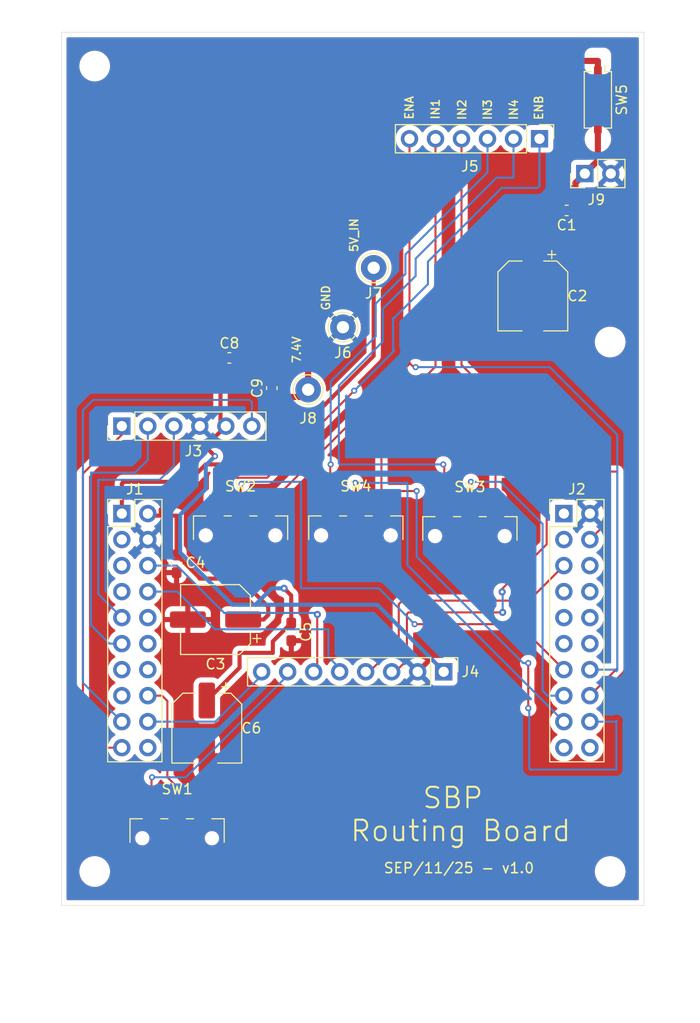
<source format=kicad_pcb>
(kicad_pcb (version 20241229) (generator "pcbnew") (generator_version "9.0")
  (layers (0 "F.Cu" signal "Front") (4 "In1.Cu" signal) (6 "In2.Cu" signal) (2 "B.Cu" signal "Back") (13 "F.Paste" user) (15 "B.Paste" user) (5 "F.SilkS" user "F.Silkscreen") (7 "B.SilkS" user "B.Silkscreen") (1 "F.Mask" user) (3 "B.Mask" user) (25 "Edge.Cuts" user))
  (net 0 "")
  (net 2 "/3P3V")
  (net 4 "/UART5_TX")
  (net 5 "/UART5_RX")
  (net 8 "/HC05_EN")
  (net 9 "/HC05_ST")
  (net 14 "/5V")
  (net 27 "GND")
  (net 28 "/INT_MPU")
  (net 29 "/AD0_MPU")
  (net 30 "/XDA_MPU")
  (net 31 "/XCL_MPU")
  (net 32 "/SCL_MPU")
  (net 33 "/SDA_MPU")
  (net 34 "/AD0")
  (net 35 "/ENA")
  (net 36 "/IN4")
  (net 37 "/IN3")
  (net 38 "/IN2")
  (net 39 "/IN1")
  (net 40 "/ENB")
  (net 41 "/IN4_L298N")
  (net 42 "/IN3_L298N")
  (net 43 "/ENB_L298N")
  (net 44 "/7P4V")
  (net 45 "/L298N_VCC")
  (footprint "Connector_PinHeader_2.54mm:PinHeader_1x08_P2.54mm_Vertical" (layer "F.Cu") (at 103.84 122.2 -90)
    (property "Reference" "J4" (at 0 -2.609881 0) (layer "F.SilkS"))
    (property "Value" "MPU_6050")
    (fp_line (start -1.38 19.16) (end 1.38 19.16) (stroke (width 0.12)) (layer "F.SilkS"))
    (fp_line (start -1.38 1.27) (end -1.38 19.16) (stroke (width 0.12)) (layer "F.SilkS"))
    (fp_line (start -1.38 1.27) (end 1.38 1.27) (stroke (width 0.12)) (layer "F.SilkS"))
    (fp_line (start 1.38 1.27) (end 1.38 19.16) (stroke (width 0.12)) (layer "F.SilkS"))
    (fp_line (start -1.38 0) (end -1.38 -1.38) (stroke (width 0.12)) (layer "F.SilkS"))
    (fp_line (start -1.38 -1.38) (end 0 -1.38) (stroke (width 0.12)) (layer "F.SilkS"))
    (pad "1" thru_hole rect (at 0 0 270) (size 1.7 1.7) (drill 1) (layers "*.Cu" "*.Mask") (net 2 "/3P3V"))
    (pad "2" thru_hole circle (at 0 2.54 270) (size 1.7 1.7) (drill 1) (layers "*.Cu" "*.Mask") (net 27 "GND"))
    (pad "3" thru_hole circle (at 0 5.08 270) (size 1.7 1.7) (drill 1) (layers "*.Cu" "*.Mask") (net 32 "/SCL_MPU"))
    (pad "4" thru_hole circle (at 0 7.62 270) (size 1.7 1.7) (drill 1) (layers "*.Cu" "*.Mask") (net 33 "/SDA_MPU"))
    (pad "5" thru_hole circle (at 0 10.16 270) (size 1.7 1.7) (drill 1) (layers "*.Cu" "*.Mask") (net 30 "/XDA_MPU"))
    (pad "6" thru_hole circle (at 0 12.7 270) (size 1.7 1.7) (drill 1) (layers "*.Cu" "*.Mask") (net 31 "/XCL_MPU"))
    (pad "7" thru_hole circle (at 0 15.24 270) (size 1.7 1.7) (drill 1) (layers "*.Cu" "*.Mask") (net 34 "/AD0"))
    (pad "8" thru_hole circle (at 0 17.78 270) (size 1.7 1.7) (drill 1) (layers "*.Cu" "*.Mask") (net 28 "/INT_MPU"))
  )
  (footprint "Button_Switch_SMD:SW_SPDT_CK_JS102011SAQN" (layer "F.Cu") (at 106.4 108.95)
    (property "Reference" "SW3" (at 0 -4.8 0) (layer "F.SilkS"))
    (property "Value" "SW_SPDT_XKB_DMx-xxxx-1" (hide yes))
    (fp_line (start -4.6 -1.9) (end -3.4 -1.9) (stroke (width 0.12)) (layer "F.SilkS"))
    (fp_line (start -4.6 0.4) (end -4.6 -1.9) (stroke (width 0.12)) (layer "F.SilkS"))
    (fp_line (start -0.9 -1.9) (end -1.6 -1.9) (stroke (width 0.12)) (layer "F.SilkS"))
    (fp_line (start 1.6 -1.9) (end 0.9 -1.9) (stroke (width 0.12)) (layer "F.SilkS"))
    (fp_line (start 3.4 -1.9) (end 4.6 -1.9) (stroke (width 0.12)) (layer "F.SilkS"))
    (fp_line (start 4.6 -1.9) (end 4.6 0.4) (stroke (width 0.12)) (layer "F.SilkS"))
    (pad "" np_thru_hole circle (at -3.4 0) (size 0.9 0.9) (drill 0.9) (layers "*.Cu" "*.Mask"))
    (pad "" np_thru_hole circle (at 3.4 0) (size 0.9 0.9) (drill 0.9) (layers "*.Cu" "*.Mask"))
    (pad "1" smd roundrect (at -2.5 -2.75) (size 1.25 2.5) (layers "F.Cu" "F.Mask" "F.Paste") (roundrect_rratio 0.2) (net 41 "/IN4_L298N"))
    (pad "2" smd roundrect (at 0 -2.75) (size 1.25 2.5) (layers "F.Cu" "F.Mask" "F.Paste") (roundrect_rratio 0.2) (net 36 "/IN4"))
    (pad "3" smd roundrect (at 2.5 -2.75) (size 1.25 2.5) (layers "F.Cu" "F.Mask" "F.Paste") (roundrect_rratio 0.2) (net 38 "/IN2"))
  )
  (footprint "Capacitor_SMD:CP_Elec_6.3x5.7" (layer "F.Cu") (at 81.55 117.1 180)
    (property "Reference" "C3" (at 0 -4.35 0) (layer "F.SilkS"))
    (property "Value" "47 uF 16V")
    (fp_line (start 3.41 3.41) (end 3.41 1.06) (stroke (width 0.12)) (layer "F.SilkS"))
    (fp_line (start 3.41 -3.41) (end 3.41 -1.06) (stroke (width 0.12)) (layer "F.SilkS"))
    (fp_line (start -2.345563 3.41) (end 3.41 3.41) (stroke (width 0.12)) (layer "F.SilkS"))
    (fp_line (start -2.345563 -3.41) (end 3.41 -3.41) (stroke (width 0.12)) (layer "F.SilkS"))
    (fp_line (start -3.41 2.345563) (end -2.345563 3.41) (stroke (width 0.12)) (layer "F.SilkS"))
    (fp_line (start -3.41 2.345563) (end -3.41 1.06) (stroke (width 0.12)) (layer "F.SilkS"))
    (fp_line (start -3.41 -2.345563) (end -2.345563 -3.41) (stroke (width 0.12)) (layer "F.SilkS"))
    (fp_line (start -3.41 -2.345563) (end -3.41 -1.06) (stroke (width 0.12)) (layer "F.SilkS"))
    (fp_line (start -4.04375 -2.24125) (end -4.04375 -1.45375) (stroke (width 0.12)) (layer "F.SilkS"))
    (fp_line (start -4.4375 -1.8475) (end -3.65 -1.8475) (stroke (width 0.12)) (layer "F.SilkS"))
    (pad "1" smd roundrect (at -2.7 0 180) (size 3.5 1.6) (layers "F.Cu" "F.Mask" "F.Paste") (roundrect_rratio 0.15625) (net 14 "/5V"))
    (pad "2" smd roundrect (at 2.7 0 180) (size 3.5 1.6) (layers "F.Cu" "F.Mask" "F.Paste") (roundrect_rratio 0.15625) (net 27 "GND"))
  )
  (footprint "Button_Switch_SMD:SW_DIP_SPSTx01_Slide_Copal_CHS-01A_W5.08mm_P1.27mm_JPin" (layer "F.Cu") (at 118.9 66.35 -90)
    (property "Reference" "SW5" (at 0 -2.33 270) (layer "F.SilkS"))
    (property "Value" "SW_DPST_x2")
    (fp_line (start -2.76 1.33) (end 2.76 1.33) (stroke (width 0.12)) (layer "F.SilkS"))
    (fp_line (start -2.76 1.33) (end -2.76 0.62) (stroke (width 0.12)) (layer "F.SilkS"))
    (fp_line (start 2.76 1.33) (end 2.76 0.62) (stroke (width 0.12)) (layer "F.SilkS"))
    (fp_line (start -3.34 -0.68) (end -2.76 -0.68) (stroke (width 0.12)) (layer "F.SilkS"))
    (fp_line (start -2.76 -1.33) (end -2.76 -0.68) (stroke (width 0.12)) (layer "F.SilkS"))
    (fp_line (start -2.76 -1.33) (end 2.76 -1.33) (stroke (width 0.12)) (layer "F.SilkS"))
    (fp_line (start 2.76 -1.33) (end 2.76 -0.62) (stroke (width 0.12)) (layer "F.SilkS"))
    (pad "1" smd roundrect (at -2.54 0 270) (size 1.6 0.76) (layers "F.Cu" "F.Mask" "F.Paste") (net 44 "/7P4V"))
    (pad "2" smd roundrect (at 2.54 0 270) (size 1.6 0.76) (layers "F.Cu" "F.Mask" "F.Paste") (net 45 "/L298N_VCC"))
  )
  (footprint "Connector_PinHeader_2.54mm:PinHeader_2x10_P2.54mm_Vertical" (layer "F.Cu") (at 72.4 106.75)
    (property "Reference" "J1" (at 1.27 -2.38 0) (layer "F.SilkS"))
    (property "Value" "Conn_02x10_Odd_Even" (hide yes))
    (fp_line (start -1.38 -1.38) (end 0 -1.38) (stroke (width 0.12)) (layer "F.SilkS"))
    (fp_line (start -1.38 0) (end -1.38 -1.38) (stroke (width 0.12)) (layer "F.SilkS"))
    (fp_line (start -1.38 1.27) (end -1.38 24.24) (stroke (width 0.12)) (layer "F.SilkS"))
    (fp_line (start -1.38 1.27) (end 1.27 1.27) (stroke (width 0.12)) (layer "F.SilkS"))
    (fp_line (start -1.38 24.24) (end 3.92 24.24) (stroke (width 0.12)) (layer "F.SilkS"))
    (fp_line (start 1.27 -1.38) (end 3.92 -1.38) (stroke (width 0.12)) (layer "F.SilkS"))
    (fp_line (start 1.27 1.27) (end 1.27 -1.38) (stroke (width 0.12)) (layer "F.SilkS"))
    (fp_line (start 3.92 -1.38) (end 3.92 24.24) (stroke (width 0.12)) (layer "F.SilkS"))
    (pad "1" thru_hole rect (at 0 0) (size 1.7 1.7) (drill 1) (layers "*.Cu" "*.Mask") (net 2 "/3P3V"))
    (pad "2" thru_hole circle (at 2.54 0) (size 1.7 1.7) (drill 1) (layers "*.Cu" "*.Mask") (net 14 "/5V"))
    (pad "3" thru_hole circle (at 0 2.54) (size 1.7 1.7) (drill 1) (layers "*.Cu" "*.Mask"))
    (pad "4" thru_hole circle (at 2.54 2.54) (size 1.7 1.7) (drill 1) (layers "*.Cu" "*.Mask") (net 27 "GND"))
    (pad "5" thru_hole circle (at 0 5.08) (size 1.7 1.7) (drill 1) (layers "*.Cu" "*.Mask"))
    (pad "6" thru_hole circle (at 2.54 5.08) (size 1.7 1.7) (drill 1) (layers "*.Cu" "*.Mask") (net 31 "/XCL_MPU"))
    (pad "7" thru_hole circle (at 0 7.62) (size 1.7 1.7) (drill 1) (layers "*.Cu" "*.Mask"))
    (pad "8" thru_hole circle (at 2.54 7.62) (size 1.7 1.7) (drill 1) (layers "*.Cu" "*.Mask") (net 30 "/XDA_MPU"))
    (pad "9" thru_hole circle (at 0 10.16) (size 1.7 1.7) (drill 1) (layers "*.Cu" "*.Mask") (net 5 "/UART5_RX"))
    (pad "10" thru_hole circle (at 2.54 10.16) (size 1.7 1.7) (drill 1) (layers "*.Cu" "*.Mask"))
    (pad "11" thru_hole circle (at 0 12.7) (size 1.7 1.7) (drill 1) (layers "*.Cu" "*.Mask") (net 4 "/UART5_TX"))
    (pad "12" thru_hole circle (at 2.54 12.7) (size 1.7 1.7) (drill 1) (layers "*.Cu" "*.Mask"))
    (pad "13" thru_hole circle (at 0 15.24) (size 1.7 1.7) (drill 1) (layers "*.Cu" "*.Mask"))
    (pad "14" thru_hole circle (at 2.54 15.24) (size 1.7 1.7) (drill 1) (layers "*.Cu" "*.Mask"))
    (pad "15" thru_hole circle (at 0 17.78) (size 1.7 1.7) (drill 1) (layers "*.Cu" "*.Mask"))
    (pad "16" thru_hole circle (at 2.54 17.78) (size 1.7 1.7) (drill 1) (layers "*.Cu" "*.Mask") (net 29 "/AD0_MPU"))
    (pad "17" thru_hole circle (at 0 20.32) (size 1.7 1.7) (drill 1) (layers "*.Cu" "*.Mask") (net 8 "/HC05_EN"))
    (pad "18" thru_hole circle (at 2.54 20.32) (size 1.7 1.7) (drill 1) (layers "*.Cu" "*.Mask") (net 28 "/INT_MPU"))
    (pad "19" thru_hole circle (at 0 22.86) (size 1.7 1.7) (drill 1) (layers "*.Cu" "*.Mask") (net 9 "/HC05_ST"))
    (pad "20" thru_hole circle (at 2.54 22.86) (size 1.7 1.7) (drill 1) (layers "*.Cu" "*.Mask"))
  )
  (footprint "Connector_PinHeader_2.54mm:PinHeader_1x06_P2.54mm_Vertical" (layer "F.Cu") (at 72.4 98.21 90)
    (property "Reference" "J3" (at -2.44 7 0) (layer "F.SilkS"))
    (property "Value" "HC-05 BT Module")
    (fp_line (start -1.38 -1.38) (end 0 -1.38) (stroke (width 0.12)) (layer "F.SilkS"))
    (fp_line (start -1.38 0) (end -1.38 -1.38) (stroke (width 0.12)) (layer "F.SilkS"))
    (fp_line (start 1.38 1.27) (end 1.38 14.08) (stroke (width 0.12)) (layer "F.SilkS"))
    (fp_line (start -1.38 1.27) (end 1.38 1.27) (stroke (width 0.12)) (layer "F.SilkS"))
    (fp_line (start -1.38 1.27) (end -1.38 14.08) (stroke (width 0.12)) (layer "F.SilkS"))
    (fp_line (start -1.38 14.08) (end 1.38 14.08) (stroke (width 0.12)) (layer "F.SilkS"))
    (pad "1" thru_hole rect (at 0 0 90) (size 1.7 1.7) (drill 1) (layers "*.Cu" "*.Mask") (net 9 "/HC05_ST"))
    (pad "2" thru_hole circle (at 0 2.54 90) (size 1.7 1.7) (drill 1) (layers "*.Cu" "*.Mask") (net 4 "/UART5_TX"))
    (pad "3" thru_hole circle (at 0 5.08 90) (size 1.7 1.7) (drill 1) (layers "*.Cu" "*.Mask") (net 5 "/UART5_RX"))
    (pad "4" thru_hole circle (at 0 7.62 90) (size 1.7 1.7) (drill 1) (layers "*.Cu" "*.Mask") (net 27 "GND"))
    (pad "5" thru_hole circle (at 0 10.16 90) (size 1.7 1.7) (drill 1) (layers "*.Cu" "*.Mask") (net 2 "/3P3V"))
    (pad "6" thru_hole circle (at 0 12.7 90) (size 1.7 1.7) (drill 1) (layers "*.Cu" "*.Mask") (net 8 "/HC05_EN"))
  )
  (footprint "Button_Switch_SMD:SW_SPDT_CK_JS102011SAQN" (layer "F.Cu") (at 95.26 108.88)
    (property "Reference" "SW4" (at 0 -4.8 0) (layer "F.SilkS"))
    (property "Value" "SW_SPDT_XKB_DMx-xxxx-1" (hide yes))
    (fp_line (start -4.6 -1.9) (end -3.4 -1.9) (stroke (width 0.12)) (layer "F.SilkS"))
    (fp_line (start -4.6 0.4) (end -4.6 -1.9) (stroke (width 0.12)) (layer "F.SilkS"))
    (fp_line (start -0.9 -1.9) (end -1.6 -1.9) (stroke (width 0.12)) (layer "F.SilkS"))
    (fp_line (start 1.6 -1.9) (end 0.9 -1.9) (stroke (width 0.12)) (layer "F.SilkS"))
    (fp_line (start 3.4 -1.9) (end 4.6 -1.9) (stroke (width 0.12)) (layer "F.SilkS"))
    (fp_line (start 4.6 -1.9) (end 4.6 0.4) (stroke (width 0.12)) (layer "F.SilkS"))
    (pad "" np_thru_hole circle (at -3.4 0) (size 0.9 0.9) (drill 0.9) (layers "*.Cu" "*.Mask"))
    (pad "" np_thru_hole circle (at 3.4 0) (size 0.9 0.9) (drill 0.9) (layers "*.Cu" "*.Mask"))
    (pad "1" smd roundrect (at -2.5 -2.75) (size 1.25 2.5) (layers "F.Cu" "F.Mask" "F.Paste") (roundrect_rratio 0.2) (net 42 "/IN3_L298N"))
    (pad "2" smd roundrect (at 0 -2.75) (size 1.25 2.5) (layers "F.Cu" "F.Mask" "F.Paste") (roundrect_rratio 0.2) (net 37 "/IN3"))
    (pad "3" smd roundrect (at 2.5 -2.75) (size 1.25 2.5) (layers "F.Cu" "F.Mask" "F.Paste") (roundrect_rratio 0.2) (net 39 "/IN1"))
  )
  (footprint "Connector_PinHeader_2.54mm:PinHeader_1x02_P2.54mm_Vertical" (layer "F.Cu") (at 117.625 73.55 90)
    (property "Reference" "J9" (at -2.55 1.125 0) (layer "F.SilkS"))
    (property "Value" "Conn_01x02" (hide yes))
    (fp_line (start -1.38 -1.38) (end 0 -1.38) (stroke (width 0.12)) (layer "F.SilkS"))
    (fp_line (start -1.38 0) (end -1.38 -1.38) (stroke (width 0.12)) (layer "F.SilkS"))
    (fp_line (start 1.38 1.27) (end 1.38 3.92) (stroke (width 0.12)) (layer "F.SilkS"))
    (fp_line (start -1.38 1.27) (end 1.38 1.27) (stroke (width 0.12)) (layer "F.SilkS"))
    (fp_line (start -1.38 1.27) (end -1.38 3.92) (stroke (width 0.12)) (layer "F.SilkS"))
    (fp_line (start -1.38 3.92) (end 1.38 3.92) (stroke (width 0.12)) (layer "F.SilkS"))
    (pad "1" thru_hole rect (at 0 0 90) (size 1.7 1.7) (drill 1) (layers "*.Cu" "*.Mask") (net 45 "/L298N_VCC"))
    (pad "2" thru_hole circle (at 0 2.54 90) (size 1.7 1.7) (drill 1) (layers "*.Cu" "*.Mask") (net 27 "GND"))
  )
  (footprint "MountingHole:MountingHole_2.5mm" (layer "F.Cu") (at 120.1 89.75)
    (property "Reference" "REF**" (hide yes))
    (property "Value" "MountingHole_2.5mm")
    (pad "" np_thru_hole circle (at 0 0.25) (size 2.5 2.5) (drill 2.5) (layers "F&B.Cu" "*.Mask"))
  )
  (footprint "MountingHole:MountingHole_2.5mm" (layer "F.Cu") (at 120.1 141.7)
    (property "Reference" "REF**" (hide yes))
    (property "Value" "MountingHole_2.5mm")
    (pad "" np_thru_hole circle (at 0 0) (size 2.5 2.5) (drill 2.5) (layers "F&B.Cu" "*.Mask"))
  )
  (footprint "Capacitor_SMD:C_0603_1608Metric_Pad1.08x0.95mm_HandSolder" (layer "F.Cu") (at 115.85 77.15 180)
    (property "Reference" "C1" (at 0 -1.43 0) (layer "F.SilkS"))
    (property "Value" "100 nF" (hide yes))
    (fp_line (start -0.146267 0.51) (end 0.146267 0.51) (stroke (width 0.12)) (layer "F.SilkS"))
    (fp_line (start -0.146267 -0.51) (end 0.146267 -0.51) (stroke (width 0.12)) (layer "F.SilkS"))
    (pad "1" smd roundrect (at -0.8625 0 180) (size 1.075 0.95) (layers "F.Cu" "F.Mask" "F.Paste") (net 45 "/L298N_VCC"))
    (pad "2" smd roundrect (at 0.8625 0 180) (size 1.075 0.95) (layers "F.Cu" "F.Mask" "F.Paste") (net 27 "GND"))
  )
  (footprint "Capacitor_SMD:C_0603_1608Metric_Pad1.08x0.95mm_HandSolder" (layer "F.Cu") (at 87.05 94.5 90)
    (property "Reference" "C9" (at 0 -1.43 90) (layer "F.SilkS"))
    (property "Value" "100 nF")
    (fp_line (start -0.146267 -0.51) (end 0.146267 -0.51) (stroke (width 0.12)) (layer "F.SilkS"))
    (fp_line (start -0.146267 0.51) (end 0.146267 0.51) (stroke (width 0.12)) (layer "F.SilkS"))
    (pad "1" smd roundrect (at -0.8625 0 90) (size 1.075 0.95) (layers "F.Cu" "F.Mask" "F.Paste") (net 44 "/7P4V"))
    (pad "2" smd roundrect (at 0.8625 0 90) (size 1.075 0.95) (layers "F.Cu" "F.Mask" "F.Paste") (net 27 "GND"))
  )
  (footprint "Button_Switch_SMD:SW_SPDT_CK_JS102011SAQN" (layer "F.Cu") (at 77.8 138.45)
    (property "Reference" "SW1" (at 0 -4.8 0) (layer "F.SilkS"))
    (property "Value" "SW_SPDT_XKB_DMx-xxxx-1" (hide yes))
    (fp_line (start -4.6 -1.9) (end -3.4 -1.9) (stroke (width 0.12)) (layer "F.SilkS"))
    (fp_line (start -4.6 0.4) (end -4.6 -1.9) (stroke (width 0.12)) (layer "F.SilkS"))
    (fp_line (start -0.9 -1.9) (end -1.6 -1.9) (stroke (width 0.12)) (layer "F.SilkS"))
    (fp_line (start 1.6 -1.9) (end 0.9 -1.9) (stroke (width 0.12)) (layer "F.SilkS"))
    (fp_line (start 3.4 -1.9) (end 4.6 -1.9) (stroke (width 0.12)) (layer "F.SilkS"))
    (fp_line (start 4.6 -1.9) (end 4.6 0.4) (stroke (width 0.12)) (layer "F.SilkS"))
    (pad "" np_thru_hole circle (at -3.4 0) (size 0.9 0.9) (drill 0.9) (layers "*.Cu" "*.Mask"))
    (pad "" np_thru_hole circle (at 3.4 0) (size 0.9 0.9) (drill 0.9) (layers "*.Cu" "*.Mask"))
    (pad "1" smd roundrect (at -2.5 -2.75) (size 1.25 2.5) (layers "F.Cu" "F.Mask" "F.Paste") (roundrect_rratio 0.2) (net 34 "/AD0"))
    (pad "2" smd roundrect (at 0 -2.75) (size 1.25 2.5) (layers "F.Cu" "F.Mask" "F.Paste") (roundrect_rratio 0.2) (net 29 "/AD0_MPU"))
    (pad "3" smd roundrect (at 2.5 -2.75) (size 1.25 2.5) (layers "F.Cu" "F.Mask" "F.Paste") (roundrect_rratio 0.2) (net 27 "GND"))
  )
  (footprint "Capacitor_SMD:CP_Elec_6.3x5.7" (layer "F.Cu") (at 80.7 127.7 -90)
    (property "Reference" "C6" (at 0 -4.35 0) (layer "F.SilkS"))
    (property "Value" "10 uF 6.3V")
    (fp_line (start -2.345563 3.41) (end 3.41 3.41) (stroke (width 0.12)) (layer "F.SilkS"))
    (fp_line (start 3.41 3.41) (end 3.41 1.06) (stroke (width 0.12)) (layer "F.SilkS"))
    (fp_line (start -3.41 2.345563) (end -2.345563 3.41) (stroke (width 0.12)) (layer "F.SilkS"))
    (fp_line (start -3.41 2.345563) (end -3.41 1.06) (stroke (width 0.12)) (layer "F.SilkS"))
    (fp_line (start -4.4375 -1.8475) (end -3.65 -1.8475) (stroke (width 0.12)) (layer "F.SilkS"))
    (fp_line (start -4.04375 -2.24125) (end -4.04375 -1.45375) (stroke (width 0.12)) (layer "F.SilkS"))
    (fp_line (start -3.41 -2.345563) (end -3.41 -1.06) (stroke (width 0.12)) (layer "F.SilkS"))
    (fp_line (start -3.41 -2.345563) (end -2.345563 -3.41) (stroke (width 0.12)) (layer "F.SilkS"))
    (fp_line (start -2.345563 -3.41) (end 3.41 -3.41) (stroke (width 0.12)) (layer "F.SilkS"))
    (fp_line (start 3.41 -3.41) (end 3.41 -1.06) (stroke (width 0.12)) (layer "F.SilkS"))
    (pad "1" smd roundrect (at -2.7 0 270) (size 3.5 1.6) (layers "F.Cu" "F.Mask" "F.Paste") (roundrect_rratio 0.15625) (net 2 "/3P3V"))
    (pad "2" smd roundrect (at 2.7 0 270) (size 3.5 1.6) (layers "F.Cu" "F.Mask" "F.Paste") (roundrect_rratio 0.15625) (net 27 "GND"))
  )
  (footprint "TestPoint:TestPoint_THTPad_D2.5mm_Drill1.2mm" (layer "F.Cu") (at 97 82.75)
    (property "Reference" "J7" (at 0 2.5 0) (layer "F.SilkS"))
    (property "Value" "L298N_5V")
    (fp_circle (center 0 0) (end 0 1.45) (stroke (width 0.12)) (fill no) (layer "F.SilkS"))
    (pad "1" thru_hole circle (at 0 0) (size 2.5 2.5) (drill 1.2) (layers "*.Cu" "*.Mask") (net 14 "/5V"))
  )
  (footprint "TestPoint:TestPoint_THTPad_D2.5mm_Drill1.2mm" (layer "F.Cu") (at 90.6 94.65)
    (property "Reference" "J8" (at 0 2.8 0) (layer "F.SilkS"))
    (property "Value" "Battery_Supply")
    (fp_circle (center 0 0) (end 0 1.45) (stroke (width 0.12)) (fill no) (layer "F.SilkS"))
    (pad "1" thru_hole circle (at 0 0) (size 2.5 2.5) (drill 1.2) (layers "*.Cu" "*.Mask") (net 44 "/7P4V"))
  )
  (footprint "Capacitor_SMD:CP_Elec_6.3x5.4" (layer "F.Cu") (at 112.55 85.5 -90)
    (property "Reference" "C2" (at 0 -4.35 0) (layer "F.SilkS"))
    (property "Value" "100 uF 25V")
    (fp_line (start -2.345563 3.41) (end 3.41 3.41) (stroke (width 0.12)) (layer "F.SilkS"))
    (fp_line (start 3.41 3.41) (end 3.41 1.06) (stroke (width 0.12)) (layer "F.SilkS"))
    (fp_line (start -3.41 2.345563) (end -2.345563 3.41) (stroke (width 0.12)) (layer "F.SilkS"))
    (fp_line (start -3.41 2.345563) (end -3.41 1.06) (stroke (width 0.12)) (layer "F.SilkS"))
    (fp_line (start -4.4375 -1.8475) (end -3.65 -1.8475) (stroke (width 0.12)) (layer "F.SilkS"))
    (fp_line (start -4.04375 -2.24125) (end -4.04375 -1.45375) (stroke (width 0.12)) (layer "F.SilkS"))
    (fp_line (start -3.41 -2.345563) (end -3.41 -1.06) (stroke (width 0.12)) (layer "F.SilkS"))
    (fp_line (start -3.41 -2.345563) (end -2.345563 -3.41) (stroke (width 0.12)) (layer "F.SilkS"))
    (fp_line (start -2.345563 -3.41) (end 3.41 -3.41) (stroke (width 0.12)) (layer "F.SilkS"))
    (fp_line (start 3.41 -3.41) (end 3.41 -1.06) (stroke (width 0.12)) (layer "F.SilkS"))
    (pad "1" smd roundrect (at -2.8 0 270) (size 3.5 1.6) (layers "F.Cu" "F.Mask" "F.Paste") (roundrect_rratio 0.15625) (net 45 "/L298N_VCC"))
    (pad "2" smd roundrect (at 2.8 0 270) (size 3.5 1.6) (layers "F.Cu" "F.Mask" "F.Paste") (roundrect_rratio 0.15625) (net 27 "GND"))
  )
  (footprint "Capacitor_SMD:C_0603_1608Metric_Pad1.08x0.95mm_HandSolder" (layer "F.Cu") (at 82.9 91.55)
    (property "Reference" "C8" (at 0 -1.43 0) (layer "F.SilkS"))
    (property "Value" "100 nF")
    (fp_line (start -0.146267 -0.51) (end 0.146267 -0.51) (stroke (width 0.12)) (layer "F.SilkS"))
    (fp_line (start -0.146267 0.51) (end 0.146267 0.51) (stroke (width 0.12)) (layer "F.SilkS"))
    (pad "1" smd roundrect (at -0.8625 0) (size 1.075 0.95) (layers "F.Cu" "F.Mask" "F.Paste") (net 2 "/3P3V"))
    (pad "2" smd roundrect (at 0.8625 0) (size 1.075 0.95) (layers "F.Cu" "F.Mask" "F.Paste") (net 27 "GND"))
  )
  (footprint "Connector_PinHeader_2.54mm:PinHeader_2x10_P2.54mm_Vertical" (layer "F.Cu") (at 115.58 106.75)
    (property "Reference" "J2" (at 1.27 -2.38 0) (layer "F.SilkS"))
    (property "Value" "Conn_02x10_Odd_Even" (hide yes))
    (fp_line (start -1.38 -1.38) (end 0 -1.38) (stroke (width 0.12)) (layer "F.SilkS"))
    (fp_line (start -1.38 0) (end -1.38 -1.38) (stroke (width 0.12)) (layer "F.SilkS"))
    (fp_line (start -1.38 1.27) (end -1.38 24.24) (stroke (width 0.12)) (layer "F.SilkS"))
    (fp_line (start -1.38 1.27) (end 1.27 1.27) (stroke (width 0.12)) (layer "F.SilkS"))
    (fp_line (start -1.38 24.24) (end 3.92 24.24) (stroke (width 0.12)) (layer "F.SilkS"))
    (fp_line (start 1.27 -1.38) (end 3.92 -1.38) (stroke (width 0.12)) (layer "F.SilkS"))
    (fp_line (start 1.27 1.27) (end 1.27 -1.38) (stroke (width 0.12)) (layer "F.SilkS"))
    (fp_line (start 3.92 -1.38) (end 3.92 24.24) (stroke (width 0.12)) (layer "F.SilkS"))
    (pad "1" thru_hole rect (at 0 0) (size 1.7 1.7) (drill 1) (layers "*.Cu" "*.Mask"))
    (pad "2" thru_hole circle (at 2.54 0) (size 1.7 1.7) (drill 1) (layers "*.Cu" "*.Mask") (net 27 "GND"))
    (pad "3" thru_hole circle (at 0 2.54) (size 1.7 1.7) (drill 1) (layers "*.Cu" "*.Mask"))
    (pad "4" thru_hole circle (at 2.54 2.54) (size 1.7 1.7) (drill 1) (layers "*.Cu" "*.Mask") (net 32 "/SCL_MPU"))
    (pad "5" thru_hole circle (at 0 5.08) (size 1.7 1.7) (drill 1) (layers "*.Cu" "*.Mask") (net 33 "/SDA_MPU"))
    (pad "6" thru_hole circle (at 2.54 5.08) (size 1.7 1.7) (drill 1) (layers "*.Cu" "*.Mask"))
    (pad "7" thru_hole circle (at 0 7.62) (size 1.7 1.7) (drill 1) (layers "*.Cu" "*.Mask"))
    (pad "8" thru_hole circle (at 2.54 7.62) (size 1.7 1.7) (drill 1) (layers "*.Cu" "*.Mask"))
    (pad "9" thru_hole circle (at 0 10.16) (size 1.7 1.7) (drill 1) (layers "*.Cu" "*.Mask"))
    (pad "10" thru_hole circle (at 2.54 10.16) (size 1.7 1.7) (drill 1) (layers "*.Cu" "*.Mask"))
    (pad "11" thru_hole circle (at 0 12.7) (size 1.7 1.7) (drill 1) (layers "*.Cu" "*.Mask"))
    (pad "12" thru_hole circle (at 2.54 12.7) (size 1.7 1.7) (drill 1) (layers "*.Cu" "*.Mask"))
    (pad "13" thru_hole circle (at 0 15.24) (size 1.7 1.7) (drill 1) (layers "*.Cu" "*.Mask") (net 40 "/ENB"))
    (pad "14" thru_hole circle (at 2.54 15.24) (size 1.7 1.7) (drill 1) (layers "*.Cu" "*.Mask") (net 35 "/ENA"))
    (pad "15" thru_hole circle (at 0 17.78) (size 1.7 1.7) (drill 1) (layers "*.Cu" "*.Mask") (net 36 "/IN4"))
    (pad "16" thru_hole circle (at 2.54 17.78) (size 1.7 1.7) (drill 1) (layers "*.Cu" "*.Mask") (net 38 "/IN2"))
    (pad "17" thru_hole circle (at 0 20.32) (size 1.7 1.7) (drill 1) (layers "*.Cu" "*.Mask") (net 37 "/IN3"))
    (pad "18" thru_hole circle (at 2.54 20.32) (size 1.7 1.7) (drill 1) (layers "*.Cu" "*.Mask") (net 39 "/IN1"))
    (pad "19" thru_hole circle (at 0 22.86) (size 1.7 1.7) (drill 1) (layers "*.Cu" "*.Mask"))
    (pad "20" thru_hole circle (at 2.54 22.86) (size 1.7 1.7) (drill 1) (layers "*.Cu" "*.Mask"))
  )
  (footprint "Button_Switch_SMD:SW_SPDT_CK_JS102011SAQN" (layer "F.Cu") (at 84 108.88)
    (property "Reference" "SW2" (at 0 -4.8 0) (layer "F.SilkS"))
    (property "Value" "SW_SPDT_XKB_DMx-xxxx-1" (hide yes))
    (fp_line (start -4.6 -1.9) (end -3.4 -1.9) (stroke (width 0.12)) (layer "F.SilkS"))
    (fp_line (start -4.6 0.4) (end -4.6 -1.9) (stroke (width 0.12)) (layer "F.SilkS"))
    (fp_line (start -0.9 -1.9) (end -1.6 -1.9) (stroke (width 0.12)) (layer "F.SilkS"))
    (fp_line (start 1.6 -1.9) (end 0.9 -1.9) (stroke (width 0.12)) (layer "F.SilkS"))
    (fp_line (start 3.4 -1.9) (end 4.6 -1.9) (stroke (width 0.12)) (layer "F.SilkS"))
    (fp_line (start 4.6 -1.9) (end 4.6 0.4) (stroke (width 0.12)) (layer "F.SilkS"))
    (pad "" np_thru_hole circle (at -3.4 0) (size 0.9 0.9) (drill 0.9) (layers "*.Cu" "*.Mask"))
    (pad "" np_thru_hole circle (at 3.4 0) (size 0.9 0.9) (drill 0.9) (layers "*.Cu" "*.Mask"))
    (pad "1" smd roundrect (at -2.5 -2.75) (size 1.25 2.5) (layers "F.Cu" "F.Mask" "F.Paste") (roundrect_rratio 0.2) (net 43 "/ENB_L298N"))
    (pad "2" smd roundrect (at 0 -2.75) (size 1.25 2.5) (layers "F.Cu" "F.Mask" "F.Paste") (roundrect_rratio 0.2) (net 40 "/ENB"))
    (pad "3" smd roundrect (at 2.5 -2.75) (size 1.25 2.5) (layers "F.Cu" "F.Mask" "F.Paste") (roundrect_rratio 0.2) (net 35 "/ENA"))
  )
  (footprint "Connector_PinHeader_2.54mm:PinHeader_1x06_P2.54mm_Vertical" (layer "F.Cu") (at 113.2 70.15 -90)
    (property "Reference" "J5" (at 2.7 6.8 0) (layer "F.SilkS"))
    (property "Value" "L298N_digital")
    (fp_line (start -1.38 14.08) (end 1.38 14.08) (stroke (width 0.12)) (layer "F.SilkS"))
    (fp_line (start -1.38 1.27) (end -1.38 14.08) (stroke (width 0.12)) (layer "F.SilkS"))
    (fp_line (start -1.38 1.27) (end 1.38 1.27) (stroke (width 0.12)) (layer "F.SilkS"))
    (fp_line (start 1.38 1.27) (end 1.38 14.08) (stroke (width 0.12)) (layer "F.SilkS"))
    (fp_line (start -1.38 0) (end -1.38 -1.38) (stroke (width 0.12)) (layer "F.SilkS"))
    (fp_line (start -1.38 -1.38) (end 0 -1.38) (stroke (width 0.12)) (layer "F.SilkS"))
    (pad "1" thru_hole rect (at 0 0 270) (size 1.7 1.7) (drill 1) (layers "*.Cu" "*.Mask") (net 43 "/ENB_L298N"))
    (pad "2" thru_hole circle (at 0 2.54 270) (size 1.7 1.7) (drill 1) (layers "*.Cu" "*.Mask") (net 41 "/IN4_L298N"))
    (pad "3" thru_hole circle (at 0 5.08 270) (size 1.7 1.7) (drill 1) (layers "*.Cu" "*.Mask") (net 42 "/IN3_L298N"))
    (pad "4" thru_hole circle (at 0 7.62 270) (size 1.7 1.7) (drill 1) (layers "*.Cu" "*.Mask") (net 38 "/IN2"))
    (pad "5" thru_hole circle (at 0 10.16 270) (size 1.7 1.7) (drill 1) (layers "*.Cu" "*.Mask") (net 39 "/IN1"))
    (pad "6" thru_hole circle (at 0 12.7 270) (size 1.7 1.7) (drill 1) (layers "*.Cu" "*.Mask") (net 35 "/ENA"))
  )
  (footprint "TestPoint:TestPoint_THTPad_D2.5mm_Drill1.2mm" (layer "F.Cu") (at 94 88.55)
    (property "Reference" "J6" (at 0 2.5 0) (layer "F.SilkS"))
    (property "Value" "L298N_GND")
    (fp_circle (center 0 0) (end 0 1.45) (stroke (width 0.12)) (fill no) (layer "F.SilkS"))
    (pad "1" thru_hole circle (at 0 0) (size 2.5 2.5) (drill 1.2) (layers "*.Cu" "*.Mask") (net 27 "GND"))
  )
  (footprint "MountingHole:MountingHole_2.5mm" (layer "F.Cu") (at 69.75 141.7)
    (property "Reference" "REF**" (hide yes))
    (property "Value" "MountingHole_2.5mm")
    (pad "" np_thru_hole circle (at 0 0) (size 2.5 2.5) (drill 2.5) (layers "F&B.Cu" "*.Mask"))
  )
  (footprint "Capacitor_SMD:C_0603_1608Metric_Pad1.08x0.95mm_HandSolder" (layer "F.Cu") (at 88.95 118.3 -90)
    (property "Reference" "C5" (at 0 -1.43 90) (layer "F.SilkS"))
    (property "Value" "100 nF" (hide yes))
    (fp_line (start -0.146267 0.51) (end 0.146267 0.51) (stroke (width 0.12)) (layer "F.SilkS"))
    (fp_line (start -0.146267 -0.51) (end 0.146267 -0.51) (stroke (width 0.12)) (layer "F.SilkS"))
    (pad "1" smd roundrect (at -0.8625 0 270) (size 1.075 0.95) (layers "F.Cu" "F.Mask" "F.Paste") (net 2 "/3P3V"))
    (pad "2" smd roundrect (at 0.8625 0 270) (size 1.075 0.95) (layers "F.Cu" "F.Mask" "F.Paste") (net 27 "GND"))
  )
  (footprint "Capacitor_SMD:C_0603_1608Metric_Pad1.08x0.95mm_HandSolder" (layer "F.Cu") (at 77.75 111.65 -90)
    (property "Reference" "C4" (at -0.1 -1.85 0) (layer "F.SilkS"))
    (property "Value" "100 nF" (hide yes))
    (fp_line (start -0.146267 0.51) (end 0.146267 0.51) (stroke (width 0.12)) (layer "F.SilkS"))
    (fp_line (start -0.146267 -0.51) (end 0.146267 -0.51) (stroke (width 0.12)) (layer "F.SilkS"))
    (pad "1" smd roundrect (at -0.8625 0 270) (size 1.075 0.95) (layers "F.Cu" "F.Mask" "F.Paste") (net 14 "/5V"))
    (pad "2" smd roundrect (at 0.8625 0 270) (size 1.075 0.95) (layers "F.Cu" "F.Mask" "F.Paste") (net 27 "GND"))
  )
  (footprint "MountingHole:MountingHole_2.5mm" (layer "F.Cu") (at 69.75 63.05)
    (property "Reference" "REF" (hide yes))
    (property "Value" "MountingHole_2.5mm")
    (pad "" np_thru_hole circle (at 0 0) (size 2.5 2.5) (drill 2.5) (layers "F&B.Cu" "*.Mask"))
  )
  (gr_line (start 123.4 145) (end 123.4 59.75) (stroke (width 0.05)) (layer "Edge.Cuts"))
  (gr_line (start 121.4 59.75) (end 68.5 59.75) (stroke (width 0.05)) (layer "Edge.Cuts"))
  (gr_line (start 68.5 59.75) (end 66.5 59.75) (stroke (width 0.05)) (layer "Edge.Cuts"))
  (gr_line (start 123.4 145) (end 66.5 145) (stroke (width 0.05)) (layer "Edge.Cuts"))
  (gr_line (start 123.4 59.75) (end 121.4 59.75) (stroke (width 0.05)) (layer "Edge.Cuts"))
  (gr_line (start 66.5 59.75) (end 66.5 145) (stroke (width 0.05)) (layer "Edge.Cuts"))
  (gr_text "ENA" (at 100.95 68.35 90) (layer "F.SilkS") (effects (font (size 0.8 0.8) (thickness 0.15) (bold yes)) (justify left bottom)))
  (gr_text "GND" (at 92.8 87 90) (layer "F.SilkS") (effects (font (size 0.8 0.8) (thickness 0.15) (bold yes)) (justify left bottom)))
  (gr_text "5V_IN" (at 95.55 81.3 90) (layer "F.SilkS") (effects (font (size 0.8 0.8) (thickness 0.15) (bold yes)) (justify left bottom)))
  (gr_text "IN4" (at 111.15 68.4 90) (layer "F.SilkS") (effects (font (size 0.8 0.8) (thickness 0.15) (bold yes)) (justify left bottom)))
  (gr_text "SBP \nRouting Board" (at 105.5 138.9 0) (layer "F.SilkS") (effects (font (size 2 2) (thickness 0.2)) (justify bottom)))
  (gr_text "SEP/11/25 - v1.0" (at 97.9 141.95 0) (layer "F.SilkS") (effects (font (size 1 1) (thickness 0.15) (bold yes)) (justify left bottom)))
  (gr_text "IN3" (at 108.6 68.4 90) (layer "F.SilkS") (effects (font (size 0.8 0.8) (thickness 0.15) (bold yes)) (justify left bottom)))
  (gr_text "IN2" (at 106.1 68.4 90) (layer "F.SilkS") (effects (font (size 0.8 0.8) (thickness 0.15) (bold yes)) (justify left bottom)))
  (gr_text "IN1" (at 103.5 68.35 90) (layer "F.SilkS") (effects (font (size 0.8 0.8) (thickness 0.15) (bold yes)) (justify left bottom)))
  (gr_text "7.4V" (at 89.95 92.15 90) (layer "F.SilkS") (effects (font (size 0.8 0.8) (thickness 0.15) (bold yes)) (justify left bottom)))
  (gr_text "ENB" (at 113.6 68.4 90) (layer "F.SilkS") (effects (font (size 0.8 0.8) (thickness 0.15) (bold yes)) (justify left bottom)))
  (segment (start 80.71 100.06) (end 80.71 100.36) (width 0.4) (layer "F.Cu") (net 2))
  (segment (start 72.5 103.75) (end 72.4 103.85) (width 0.4) (layer "F.Cu") (net 2))
  (segment (start 80.7 125) (end 83.9 121.8) (width 0.4) (layer "F.Cu") (net 2))
  (segment (start 87.15 119.2375) (end 88.95 117.4375) (width 0.4) (layer "F.Cu") (net 2))
  (segment (start 83.9 121.8) (end 83.9 120.35) (width 0.4) (layer "F.Cu") (net 2))
  (segment (start 80.71 100.36) (end 81.5 101.15) (width 0.4) (layer "F.Cu") (net 2))
  (segment (start 88.95 114.75) (end 88.95 117.4375) (width 0.4) (layer "F.Cu") (net 2))
  (segment (start 77.12 103.65) (end 72.5 103.65) (width 0.4) (layer "F.Cu") (net 2))
  (segment (start 72.4 103.85) (end 72.4 106.75) (width 0.4) (layer "F.Cu") (net 2))
  (segment (start 82.0375 91.55) (end 82.0375 97.6875) (width 0.4) (layer "F.Cu") (net 2))
  (segment (start 80.71 100.06) (end 77.12 103.65) (width 0.4) (layer "F.Cu") (net 2))
  (segment (start 88.25 114.05) (end 88.95 114.75) (width 0.4) (layer "F.Cu") (net 2))
  (segment (start 87.15 120.35) (end 87.15 119.2375) (width 0.4) (layer "F.Cu") (net 2))
  (segment (start 72.5 103.65) (end 72.5 103.75) (width 0.4) (layer "F.Cu") (net 2))
  (segment (start 82.56 98.21) (end 80.71 100.06) (width 0.4) (layer "F.Cu") (net 2))
  (segment (start 82.0375 97.6875) (end 82.56 98.21) (width 0.4) (layer "F.Cu") (net 2))
  (segment (start 83.9 120.35) (end 87.15 120.35) (width 0.4) (layer "F.Cu") (net 2))
  (via (at 81.5 101.15) (size 0.6) (drill 0.3) (layers "F.Cu" "B.Cu") (net 2))
  (via (at 88.25 114.05) (size 0.7) (drill 0.3) (layers "F.Cu" "B.Cu") (net 2))
  (segment (start 80.6 102.05) (end 81.5 101.15) (width 0.4) (layer "B.Cu") (net 2))
  (segment (start 103.9 122.2) (end 104.19 122.2) (width 0.4) (layer "B.Cu") (net 2))
  (segment (start 88.25 114.05) (end 87.05 114.05) (width 0.4) (layer "B.Cu") (net 2))
  (segment (start 78.1 106.85) (end 80.6 104.35) (width 0.4) (layer "B.Cu") (net 2))
  (segment (start 85.5 115.6) (end 85.5 115.65) (width 0.4) (layer "B.Cu") (net 2))
  (segment (start 83.2 115.65) (end 78.1 110.55) (width 0.4) (layer "B.Cu") (net 2))
  (segment (start 86.35 115.65) (end 85.5 115.65) (width 0.4) (layer "B.Cu") (net 2))
  (segment (start 85.5 115.65) (end 83.2 115.65) (width 0.4) (layer "B.Cu") (net 2))
  (segment (start 80.6 104.35) (end 80.6 102.05) (width 0.4) (layer "B.Cu") (net 2))
  (segment (start 78.1 110.55) (end 78.1 106.85) (width 0.4) (layer "B.Cu") (net 2))
  (segment (start 87.05 114.05) (end 85.5 115.6) (width 0.4) (layer "B.Cu") (net 2))
  (segment (start 86.35 115.65) (end 97.35 115.65) (width 0.4) (layer "B.Cu") (net 2))
  (segment (start 97.35 115.65) (end 103.9 122.2) (width 0.4) (layer "B.Cu") (net 2))
  (segment (start 69.4 102.75) (end 69.4 117.652081) (width 0.2) (layer "B.Cu") (net 4))
  (segment (start 74.94 101.51) (end 73.7 102.75) (width 0.2) (layer "B.Cu") (net 4))
  (segment (start 69.4 117.652081) (end 71.197919 119.45) (width 0.2) (layer "B.Cu") (net 4))
  (segment (start 74.94 98.21) (end 74.94 101.51) (width 0.2) (layer "B.Cu") (net 4))
  (segment (start 71.197919 119.45) (end 72.4 119.45) (width 0.2) (layer "B.Cu") (net 4))
  (segment (start 73.7 102.75) (end 69.4 102.75) (width 0.2) (layer "B.Cu") (net 4))
  (segment (start 76.1 103.45) (end 70.1 103.45) (width 0.2) (layer "B.Cu") (net 5))
  (segment (start 70.1 103.45) (end 70.1 114.61) (width 0.2) (layer "B.Cu") (net 5))
  (segment (start 77.48 102.07) (end 76.1 103.45) (width 0.2) (layer "B.Cu") (net 5))
  (segment (start 77.48 98.21) (end 77.48 102.07) (width 0.2) (layer "B.Cu") (net 5))
  (segment (start 70.1 114.61) (end 72.4 116.91) (width 0.2) (layer "B.Cu") (net 5))
  (segment (start 69.6 95.65) (end 68.6 96.65) (width 0.2) (layer "B.Cu") (net 8))
  (segment (start 85.1 95.85) (end 84.9 95.65) (width 0.2) (layer "B.Cu") (net 8))
  (segment (start 68.6 123.27) (end 72.4 127.07) (width 0.2) (layer "B.Cu") (net 8))
  (segment (start 85.1 98.21) (end 85.1 95.85) (width 0.2) (layer "B.Cu") (net 8))
  (segment (start 68.6 96.65) (end 68.6 123.27) (width 0.2) (layer "B.Cu") (net 8))
  (segment (start 84.9 95.65) (end 69.6 95.65) (width 0.2) (layer "B.Cu") (net 8))
  (segment (start 68.6 129.65) (end 68.64 129.61) (width 0.2) (layer "F.Cu") (net 9))
  (segment (start 72.4 99.05) (end 68.6 102.85) (width 0.2) (layer "F.Cu") (net 9))
  (segment (start 68.64 129.61) (end 72.4 129.61) (width 0.2) (layer "F.Cu") (net 9))
  (segment (start 68.6 102.85) (end 68.6 129.65) (width 0.2) (layer "F.Cu") (net 9))
  (segment (start 72.4 98.21) (end 72.4 99.05) (width 0.2) (layer "F.Cu") (net 9))
  (segment (start 76.2 106.95) (end 77.75 106.95) (width 0.4) (layer "F.Cu") (net 14))
  (segment (start 86.25 117.1) (end 86.7 116.65) (width 0.4) (layer "F.Cu") (net 14))
  (segment (start 86.4 101.95) (end 80.6 101.95) (width 0.4) (layer "F.Cu") (net 14))
  (segment (start 80 113.0375) (end 77.75 110.7875) (width 0.4) (layer "F.Cu") (net 14))
  (segment (start 77.75 106.95) (end 77.75 110.7875) (width 0.4) (layer "F.Cu") (net 14))
  (segment (start 80.6 101.95) (end 76.2 106.35) (width 0.4) (layer "F.Cu") (net 14))
  (segment (start 76.2 106.95) (end 75.14 106.95) (width 0.4) (layer "F.Cu") (net 14))
  (segment (start 76.2 106.35) (end 76.2 106.95) (width 0.4) (layer "F.Cu") (net 14))
  (segment (start 86.7 116.65) (end 86.7 115.85) (width 0.4) (layer "F.Cu") (net 14))
  (segment (start 97 82.75) (end 97 91.35) (width 0.4) (layer "F.Cu") (net 14))
  (segment (start 80 113.1) (end 80 113.0375) (width 0.4) (layer "F.Cu") (net 14))
  (segment (start 97 91.35) (end 86.4 101.95) (width 0.4) (layer "F.Cu") (net 14))
  (segment (start 75.14 106.95) (end 74.94 106.75) (width 0.4) (layer "F.Cu") (net 14))
  (segment (start 86.7 115.85) (end 83.95 113.1) (width 0.4) (layer "F.Cu") (net 14))
  (segment (start 84.25 117.1) (end 86.25 117.1) (width 0.4) (layer "F.Cu") (net 14))
  (segment (start 83.95 113.1) (end 80 113.1) (width 0.4) (layer "F.Cu") (net 14))
  (segment (start 86.41 122.2) (end 81.54 127.07) (width 0.2) (layer "B.Cu") (net 28))
  (segment (start 81.54 127.07) (end 74.94 127.07) (width 0.2) (layer "B.Cu") (net 28))
  (segment (start 76.85 125.05) (end 76.85 132.5) (width 0.2) (layer "F.Cu") (net 29))
  (segment (start 76.85 132.5) (end 77.8 133.45) (width 0.2) (layer "F.Cu") (net 29))
  (segment (start 77.8 133.45) (end 77.8 135.7) (width 0.2) (layer "F.Cu") (net 29))
  (segment (start 76.33 124.53) (end 76.85 125.05) (width 0.2) (layer "F.Cu") (net 29))
  (segment (start 74.94 124.53) (end 76.33 124.53) (width 0.2) (layer "F.Cu") (net 29))
  (segment (start 92.577807 120.747807) (end 92.577807 118.05) (width 0.2) (layer "B.Cu") (net 30))
  (segment (start 77.82 114.37) (end 81.5 118.05) (width 0.2) (layer "B.Cu") (net 30))
  (segment (start 74.94 114.37) (end 77.82 114.37) (width 0.2) (layer "B.Cu") (net 30))
  (segment (start 81.5 118.05) (end 92.577807 118.05) (width 0.2) (layer "B.Cu") (net 30))
  (segment (start 94.03 122.2) (end 92.577807 120.747807) (width 0.2) (layer "B.Cu") (net 30))
  (segment (start 91.5 116.6) (end 91.49 116.61) (width 0.2) (layer "F.Cu") (net 31))
  (segment (start 91.49 116.61) (end 91.49 122.2) (width 0.2) (layer "F.Cu") (net 31))
  (via (at 91.5 116.6) (size 0.7) (drill 0.3) (layers "F.Cu" "B.Cu") (net 31))
  (segment (start 77.78 111.83) (end 82.4 116.45) (width 0.2) (layer "B.Cu") (net 31))
  (segment (start 91.35 116.45) (end 91.5 116.6) (width 0.2) (layer "B.Cu") (net 31))
  (segment (start 74.94 111.83) (end 77.78 111.83) (width 0.2) (layer "B.Cu") (net 31))
  (segment (start 82.4 116.45) (end 91.35 116.45) (width 0.2) (layer "B.Cu") (net 31))
  (segment (start 100.25 116.55) (end 100.25 121.06) (width 0.2) (layer "F.Cu") (net 32))
  (segment (start 109.6 116.4) (end 100.4 116.4) (width 0.2) (layer "F.Cu") (net 32))
  (segment (start 113.9 109.75) (end 113.9 105.15) (width 0.2) (layer "F.Cu") (net 32))
  (segment (start 109.5 114.15) (end 113.9 109.75) (width 0.2) (layer "F.Cu") (net 32))
  (segment (start 113.9 105.15) (end 114.3 104.75) (width 0.2) (layer "F.Cu") (net 32))
  (segment (start 120 104.75) (end 120 107.41) (width 0.2) (layer "F.Cu") (net 32))
  (segment (start 100.25 121.06) (end 99.11 122.2) (width 0.2) (layer "F.Cu") (net 32))
  (segment (start 114.3 104.75) (end 120 104.75) (width 0.2) (layer "F.Cu") (net 32))
  (segment (start 109.5 114.15) (end 109.5 114.35) (width 0.2) (layer "F.Cu") (net 32))
  (segment (start 109.5 114.35) (end 109.55 114.4) (width 0.2) (layer "F.Cu") (net 32))
  (segment (start 100.4 116.4) (end 100.25 116.55) (width 0.2) (layer "F.Cu") (net 32))
  (segment (start 120 107.41) (end 118.12 109.29) (width 0.2) (layer "F.Cu") (net 32))
  (via (at 109.55 114.4) (size 0.7) (drill 0.3) (layers "F.Cu" "B.Cu") (net 32))
  (via (at 109.6 116.4) (size 0.7) (drill 0.3) (layers "F.Cu" "B.Cu") (net 32))
  (segment (start 109.55 114.4) (end 109.6 114.45) (width 0.2) (layer "B.Cu") (net 32))
  (segment (start 109.6 114.45) (end 109.6 116.4) (width 0.2) (layer "B.Cu") (net 32))
  (segment (start 99.45 115.6) (end 99.45 119.32) (width 0.2) (layer "F.Cu") (net 33))
  (segment (start 100.721955 115.25) (end 112.16 115.25) (width 0.2) (layer "F.Cu") (net 33))
  (segment (start 99.45 119.32) (end 96.57 122.2) (width 0.2) (layer "F.Cu") (net 33))
  (segment (start 100.721955 115.25) (end 99.8 115.25) (width 0.2) (layer "F.Cu") (net 33))
  (segment (start 112.16 115.25) (end 115.58 111.83) (width 0.2) (layer "F.Cu") (net 33))
  (segment (start 99.8 115.25) (end 99.45 115.6) (width 0.2) (layer "F.Cu") (net 33))
  (segment (start 75.3 135.7) (end 75.3 132.55) (width 0.2) (layer "F.Cu") (net 34))
  (segment (start 75.3 132.55) (end 75.35 132.5) (width 0.15) (layer "F.Cu") (net 34))
  (via (at 75.35 132.5) (size 0.6) (drill 0.3) (layers "F.Cu" "B.Cu") (net 34))
  (segment (start 75.35 132.5) (end 78.65 132.5) (width 0.2) (layer "B.Cu") (net 34))
  (segment (start 78.65 132.5) (end 88.95 122.2) (width 0.2) (layer "B.Cu") (net 34))
  (segment (start 100.5 92.05) (end 100.9 92.45) (width 0.2) (layer "F.Cu") (net 35))
  (segment (start 100.9 92.45) (end 101.1 92.45) (width 0.2) (layer "F.Cu") (net 35))
  (segment (start 100.5 92.13) (end 86.5 106.13) (width 0.2) (layer "F.Cu") (net 35))
  (segment (start 100.5 92.05) (end 100.5 92.13) (width 0.2) (layer "F.Cu") (net 35))
  (segment (start 100.5 70.15) (end 100.5 92.05) (width 0.2) (layer "F.Cu") (net 35))
  (via (at 101.1 92.45) (size 0.6) (drill 0.3) (layers "F.Cu" "B.Cu") (net 35))
  (segment (start 101.1 92.45) (end 114.2 92.45) (width 0.2) (layer "B.Cu") (net 35))
  (segment (start 120.8 99.05) (end 120.8 122.05) (width 0.2) (layer "B.Cu") (net 35))
  (segment (start 114.2 92.45) (end 120.8 99.05) (width 0.2) (layer "B.Cu") (net 35))
  (segment (start 120.54 121.99) (end 118.12 121.99) (width 0.2) (layer "B.Cu") (net 35))
  (segment (start 120.8 122.05) (end 120.7 122.15) (width 0.2) (layer "B.Cu") (net 35))
  (segment (start 120.7 122.15) (end 120.54 121.99) (width 0.2) (layer "B.Cu") (net 35))
  (segment (start 106.5 103.65) (end 106.4 103.75) (width 0.2) (layer "F.Cu") (net 36))
  (segment (start 106.4 103.75) (end 106.4 106.2) (width 0.2) (layer "F.Cu") (net 36))
  (via (at 106.5 103.65) (size 0.6) (drill 0.3) (layers "F.Cu" "B.Cu") (net 36))
  (segment (start 111 105.25) (end 109.4 103.65) (width 0.2) (layer "B.Cu") (net 36))
  (segment (start 113.5 124.05) (end 113.5 107.75) (width 0.2) (layer "B.Cu") (net 36))
  (segment (start 113.5 107.75) (end 111 105.25) (width 0.2) (layer "B.Cu") (net 36))
  (segment (start 115.58 124.53) (end 113.98 124.53) (width 0.2) (layer "B.Cu") (net 36))
  (segment (start 109.4 103.65) (end 106.5 103.65) (width 0.2) (layer "B.Cu") (net 36))
  (segment (start 113.98 124.53) (end 113.5 124.05) (width 0.2) (layer "B.Cu") (net 36))
  (segment (start 95.26 103.81) (end 95.26 106.13) (width 0.2) (layer "F.Cu") (net 37))
  (segment (start 95.2 103.75) (end 95.26 103.81) (width 0.2) (layer "F.Cu") (net 37))
  (via (at 95.2 103.75) (size 0.6) (drill 0.3) (layers "F.Cu" "B.Cu") (net 37))
  (segment (start 100.3 103.75) (end 95.2 103.75) (width 0.2) (layer "B.Cu") (net 37))
  (segment (start 115.58 127.07) (end 100.3 111.79) (width 0.2) (layer "B.Cu") (net 37))
  (segment (start 100.3 111.79) (end 100.3 103.75) (width 0.2) (layer "B.Cu") (net 37))
  (segment (start 105.58 92.23) (end 108.9 95.55) (width 0.2) (layer "F.Cu") (net 38))
  (segment (start 120.8 102.65) (end 120.8 121.85) (width 0.2) (layer "F.Cu") (net 38))
  (segment (start 105.58 70.15) (end 105.58 92.23) (width 0.2) (layer "F.Cu") (net 38))
  (segment (start 120.8 121.85) (end 118.12 124.53) (width 0.2) (layer "F.Cu") (net 38))
  (segment (start 108.9 95.55) (end 108.9 102.65) (width 0.2) (layer "F.Cu") (net 38))
  (segment (start 108.9 102.65) (end 108.9 106.2) (width 0.2) (layer "F.Cu") (net 38))
  (segment (start 108.9 102.65) (end 120.8 102.65) (width 0.2) (layer "F.Cu") (net 38))
  (segment (start 103.04 92.39) (end 103.1 92.45) (width 0.2) (layer "F.Cu") (net 39))
  (segment (start 97.86 104.55) (end 97.76 104.45) (width 0.2) (layer "F.Cu") (net 39))
  (segment (start 97.76 97.67) (end 97.76 104.45) (width 0.2) (layer "F.Cu") (net 39))
  (segment (start 103.1 92.45) (end 102.98 92.45) (width 0.2) (layer "F.Cu") (net 39))
  (segment (start 112.1 125.75) (end 112.1 121.35) (width 0.2) (layer "F.Cu") (net 39))
  (segment (start 102.98 92.45) (end 97.76 97.67) (width 0.2) (layer "F.Cu") (net 39))
  (segment (start 97.76 104.45) (end 97.76 106.13) (width 0.2) (layer "F.Cu") (net 39))
  (segment (start 101.2 104.55) (end 97.86 104.55) (width 0.2) (layer "F.Cu") (net 39))
  (segment (start 103.04 70.15) (end 103.04 92.39) (width 0.2) (layer "F.Cu") (net 39))
  (via (at 112.1 121.35) (size 0.6) (drill 0.3) (layers "F.Cu" "B.Cu") (net 39))
  (via (at 101.2 104.55) (size 0.6) (drill 0.3) (layers "F.Cu" "B.Cu") (net 39))
  (via (at 112.1 125.75) (size 0.6) (drill 0.3) (layers "F.Cu" "B.Cu") (net 39))
  (segment (start 112.2 131.65) (end 112.2 125.85) (width 0.2) (layer "B.Cu") (net 39))
  (segment (start 101.2 110.95) (end 101.2 104.55) (width 0.2) (layer "B.Cu") (net 39))
  (segment (start 120.7 127.029999) (end 120.7 131.75) (width 0.2) (layer "B.Cu") (net 39))
  (segment (start 112.3 131.75) (end 112.2 131.65) (width 0.2) (layer "B.Cu") (net 39))
  (segment (start 120.659999 127.07) (end 120.732227 126.997772) (width 0.2) (layer "B.Cu") (net 39))
  (segment (start 111.6 121.35) (end 101.2 110.95) (width 0.2) (layer "B.Cu") (net 39))
  (segment (start 120.7 131.75) (end 112.3 131.75) (width 0.2) (layer "B.Cu") (net 39))
  (segment (start 112.1 121.35) (end 111.6 121.35) (width 0.2) (layer "B.Cu") (net 39))
  (segment (start 112.2 125.85) (end 112.1 125.75) (width 0.2) (layer "B.Cu") (net 39))
  (segment (start 120.732227 126.997772) (end 120.7 127.029999) (width 0.2) (layer "B.Cu") (net 39))
  (segment (start 118.12 127.07) (end 120.659999 127.07) (width 0.2) (layer "B.Cu") (net 39))
  (segment (start 111.14 117.55) (end 101 117.55) (width 0.2) (layer "F.Cu") (net 40))
  (segment (start 84 103.95) (end 84 106.13) (width 0.2) (layer "F.Cu") (net 40))
  (segment (start 84.1 103.85) (end 84 103.95) (width 0.2) (layer "F.Cu") (net 40))
  (segment (start 115.58 121.99) (end 111.14 117.55) (width 0.2) (layer "F.Cu") (net 40))
  (via (at 101 117.55) (size 0.6) (drill 0.3) (layers "F.Cu" "B.Cu") (net 40))
  (via (at 84.1 103.85) (size 0.6) (drill 0.3) (layers "F.Cu" "B.Cu") (net 40))
  (segment (start 84.3 103.65) (end 84.1 103.85) (width 0.2) (layer "B.Cu") (net 40))
  (segment (start 89.8 103.65) (end 84.3 103.65) (width 0.2) (layer "B.Cu") (net 40))
  (segment (start 89.9 103.75) (end 89.8 103.65) (width 0.2) (layer "B.Cu") (net 40))
  (segment (start 89.9 114.05) (end 89.9 103.75) (width 0.2) (layer "B.Cu") (net 40))
  (segment (start 101 117.55) (end 97.5 114.05) (width 0.2) (layer "B.Cu") (net 40))
  (segment (start 97.5 114.05) (end 89.9 114.05) (width 0.2) (layer "B.Cu") (net 40))
  (segment (start 103.9 102.05) (end 103.9 106.2) (width 0.2) (layer "F.Cu") (net 41))
  (segment (start 103.8 101.95) (end 103.9 102.05) (width 0.2) (layer "F.Cu") (net 41))
  (via (at 103.8 101.95) (size 0.6) (drill 0.3) (layers "F.Cu" "B.Cu") (net 41))
  (segment (start 93.6 94.25) (end 93.6 95.15) (width 0.2) (layer "B.Cu") (net 41))
  (segment (start 93.6 95.15) (end 93.6 101.85) (width 0.2) (layer "B.Cu") (net 41))
  (segment (start 101.1 83.55) (end 98 86.65) (width 0.2) (layer "B.Cu") (net 41))
  (segment (start 110.66 73.89) (end 110.6 73.95) (width 0.2) (layer "B.Cu") (net 41))
  (segment (start 97.9 89.95) (end 93.6 94.25) (width 0.2) (layer "B.Cu") (net 41))
  (segment (start 98 86.65) (end 97.9 86.75) (width 0.2) (layer "B.Cu") (net 41))
  (segment (start 97.9 86.75) (end 97.9 89.95) (width 0.2) (layer "B.Cu") (net 41))
  (segment (start 101.1 83.45) (end 101.1 83.55) (width 0.2) (layer "B.Cu") (net 41))
  (segment (start 93.6 101.85) (end 93.7 101.95) (width 0.2) (layer "B.Cu") (net 41))
  (segment (start 110.66 70.15) (end 110.66 73.89) (width 0.2) (layer "B.Cu") (net 41))
  (segment (start 110.6 73.95) (end 109 73.95) (width 0.2) (layer "B.Cu") (net 41))
  (segment (start 103.8 101.95) (end 103.8 102.05) (width 0.2) (layer "B.Cu") (net 41))
  (segment (start 109 73.95) (end 101.1 81.85) (width 0.2) (layer "B.Cu") (net 41))
  (segment (start 93.7 101.95) (end 103.8 101.95) (width 0.2) (layer "B.Cu") (net 41))
  (segment (start 101.1 81.85) (end 101.1 83.45) (width 0.2) (layer "B.Cu") (net 41))
  (segment (start 92.8 101.95) (end 92.76 101.99) (width 0.2) (layer "F.Cu") (net 42))
  (segment (start 92.76 101.99) (end 92.76 106.13) (width 0.2) (layer "F.Cu") (net 42))
  (via (at 92.8 101.95) (size 0.6) (drill 0.3) (layers "F.Cu" "B.Cu") (net 42))
  (segment (start 100.1 83.35) (end 100.1 81.45) (width 0.2) (layer "B.Cu") (net 42))
  (segment (start 100.1 81.45) (end 108.12 73.43) (width 0.2) (layer "B.Cu") (net 42))
  (segment (start 97.2 89.45) (end 97.2 86.25) (width 0.2) (layer "B.Cu") (net 42))
  (segment (start 92.8 93.85) (end 97.2 89.45) (width 0.2) (layer "B.Cu") (net 42))
  (segment (start 92.8 101.95) (end 92.8 93.85) (width 0.2) (layer "B.Cu") (net 42))
  (segment (start 97.2 86.25) (end 100.1 83.35) (width 0.2) (layer "B.Cu") (net 42))
  (segment (start 108.12 73.43) (end 108.12 70.15) (width 0.2) (layer "B.Cu") (net 42))
  (segment (start 95.1 94.75) (end 86.6 103.25) (width 0.2) (layer "F.Cu") (net 43))
  (segment (start 81.5 103.25) (end 81.5 106.13) (width 0.2) (layer "F.Cu") (net 43))
  (segment (start 86.6 103.25) (end 81.5 103.25) (width 0.2) (layer "F.Cu") (net 43))
  (via (at 95.1 94.75) (size 0.6) (drill 0.3) (layers "F.Cu" "B.Cu") (net 43))
  (segment (start 99 90.85) (end 95.1 94.75) (width 0.2) (layer "B.Cu") (net 43))
  (segment (start 98.9 90.75) (end 99 90.85) (width 0.2) (layer "B.Cu") (net 43))
  (segment (start 113 74.95) (end 109.5 74.95) (width 0.2) (layer "B.Cu") (net 43))
  (segment (start 102.3 84.35) (end 102.2 84.45) (width 0.2) (layer "B.Cu") (net 43))
  (segment (start 113.2 74.75) (end 113 74.95) (width 0.2) (layer "B.Cu") (net 43))
  (segment (start 109.5 74.95) (end 109.3 75.15) (width 0.2) (layer "B.Cu") (net 43))
  (segment (start 98.9 87.65) (end 98.9 90.75) (width 0.2) (layer "B.Cu") (net 43))
  (segment (start 109.3 75.15) (end 102.3 82.15) (width 0.2) (layer "B.Cu") (net 43))
  (segment (start 113.2 70.15) (end 113.2 74.75) (width 0.2) (layer "B.Cu") (net 43))
  (segment (start 102.3 82.25) (end 102.3 84.35) (width 0.2) (layer "B.Cu") (net 43))
  (segment (start 102.3 82.15) (end 102.3 82.25) (width 0.2) (layer "B.Cu") (net 43))
  (segment (start 99 87.65) (end 98.9 87.65) (width 0.2) (layer "B.Cu") (net 43))
  (segment (start 102.2 84.45) (end 99 87.65) (width 0.2) (layer "B.Cu") (net 43))
  (segment (start 118.9 62.55) (end 118.9 63.81) (width 0.6) (layer "F.Cu") (net 44))
  (segment (start 90.6 75.35) (end 103.4 62.55) (width 0.6) (layer "F.Cu") (net 44))
  (segment (start 87.05 95.3625) (end 89.8875 95.3625) (width 0.6) (layer "F.Cu") (net 44))
  (segment (start 89.8875 95.3625) (end 90.6 94.65) (width 0.15) (layer "F.Cu") (net 44))
  (segment (start 90.6 94.65) (end 90.6 75.35) (width 0.6) (layer "F.Cu") (net 44))
  (segment (start 103.4 62.55) (end 118.9 62.55) (width 0.6) (layer "F.Cu") (net 44))
  (segment (start 115.55 79.7) (end 117.45 79.7) (width 0.6) (layer "F.Cu") (net 45))
  (segment (start 117.45 77.8875) (end 117.3 77.7375) (width 0.6) (layer "F.Cu") (net 45))
  (segment (start 112.55 82.7) (end 115.55 79.7) (width 0.6) (layer "F.Cu") (net 45))
  (segment (start 117.45 79.7) (end 117.45 77.8875) (width 0.6) (layer "F.Cu") (net 45))
  (segment (start 117.3 77.7375) (end 116.7125 77.15) (width 0.6) (layer "F.Cu") (net 45))
  (segment (start 118.9 70.17) (end 118.9 72.275) (width 0.6) (layer "F.Cu") (net 45))
  (segment (start 118.9 72.275) (end 117.625 73.55) (width 0.6) (layer "F.Cu") (net 45))
  (segment (start 118.9 70.17) (end 118.9 68.89) (width 0.6) (layer "F.Cu") (net 45))
  (segment (start 116.7125 74.4625) (end 117.625 73.55) (width 0.6) (layer "F.Cu") (net 45))
  (segment (start 116.7125 77.15) (end 116.7125 74.4625) (width 0.6) (layer "F.Cu") (net 45))
  (zone (net 27) (net_name "GND") (layers "F.Cu" "B.Cu") (connect_pads (clearance 0.5)) (min_thickness 0.25) (fill yes (thermal_gap 0.5) (thermal_bridge_width 0.5))
    (polygon (pts (xy 60.5 56.6) (xy 128.35 56.8) (xy 128.9 156.5) (xy 60.7 156.35)))
  )
)
</source>
